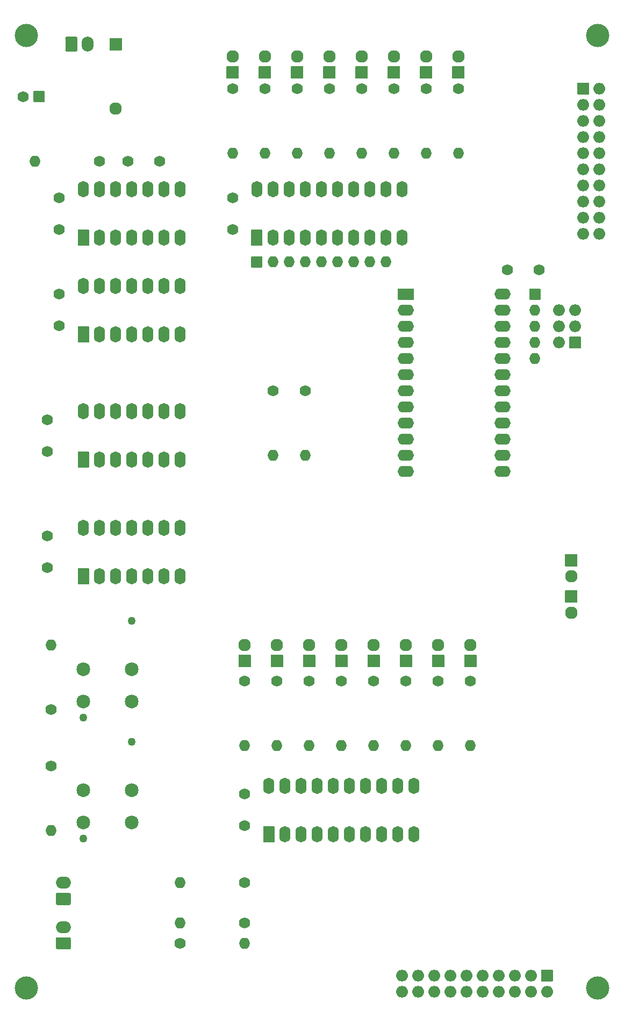
<source format=gbr>
G04 #@! TF.GenerationSoftware,KiCad,Pcbnew,(5.1.7)-1*
G04 #@! TF.CreationDate,2020-12-28T01:07:41+01:00*
G04 #@! TF.ProjectId,speichermodul,73706569-6368-4657-926d-6f64756c2e6b,rev?*
G04 #@! TF.SameCoordinates,Original*
G04 #@! TF.FileFunction,Soldermask,Top*
G04 #@! TF.FilePolarity,Negative*
%FSLAX46Y46*%
G04 Gerber Fmt 4.6, Leading zero omitted, Abs format (unit mm)*
G04 Created by KiCad (PCBNEW (5.1.7)-1) date 2020-12-28 01:07:41*
%MOMM*%
%LPD*%
G01*
G04 APERTURE LIST*
%ADD10C,1.760000*%
%ADD11O,1.760000X2.560000*%
%ADD12C,3.660000*%
%ADD13O,1.960000X1.960000*%
%ADD14O,1.760000X1.760000*%
%ADD15O,1.860000X1.860000*%
%ADD16O,2.560000X1.760000*%
%ADD17C,1.960000*%
%ADD18C,2.160000*%
%ADD19C,1.260000*%
%ADD20O,1.900000X2.350000*%
%ADD21O,2.350000X1.900000*%
%ADD22C,0.100000*%
G04 APERTURE END LIST*
D10*
X61515000Y-52705000D03*
X56515000Y-52705000D03*
G36*
G01*
X79540000Y-160030000D02*
X77940000Y-160030000D01*
G75*
G02*
X77860000Y-159950000I0J80000D01*
G01*
X77860000Y-157550000D01*
G75*
G02*
X77940000Y-157470000I80000J0D01*
G01*
X79540000Y-157470000D01*
G75*
G02*
X79620000Y-157550000I0J-80000D01*
G01*
X79620000Y-159950000D01*
G75*
G02*
X79540000Y-160030000I-80000J0D01*
G01*
G37*
D11*
X101600000Y-151130000D03*
X81280000Y-158750000D03*
X99060000Y-151130000D03*
X83820000Y-158750000D03*
X96520000Y-151130000D03*
X86360000Y-158750000D03*
X93980000Y-151130000D03*
X88900000Y-158750000D03*
X91440000Y-151130000D03*
X91440000Y-158750000D03*
X88900000Y-151130000D03*
X93980000Y-158750000D03*
X86360000Y-151130000D03*
X96520000Y-158750000D03*
X83820000Y-151130000D03*
X99060000Y-158750000D03*
X81280000Y-151130000D03*
X101600000Y-158750000D03*
X78740000Y-151130000D03*
D12*
X40560000Y-182940000D03*
X130560000Y-182940000D03*
X130560000Y-32940000D03*
X40560000Y-32940000D03*
D13*
X54610000Y-44450000D03*
G36*
G01*
X53710000Y-33310000D02*
X55510000Y-33310000D01*
G75*
G02*
X55590000Y-33390000I0J-80000D01*
G01*
X55590000Y-35190000D01*
G75*
G02*
X55510000Y-35270000I-80000J0D01*
G01*
X53710000Y-35270000D01*
G75*
G02*
X53630000Y-35190000I0J80000D01*
G01*
X53630000Y-33390000D01*
G75*
G02*
X53710000Y-33310000I80000J0D01*
G01*
G37*
D10*
X40045000Y-42545000D03*
G36*
G01*
X43425000Y-41745000D02*
X43425000Y-43345000D01*
G75*
G02*
X43345000Y-43425000I-80000J0D01*
G01*
X41745000Y-43425000D01*
G75*
G02*
X41665000Y-43345000I0J80000D01*
G01*
X41665000Y-41745000D01*
G75*
G02*
X41745000Y-41665000I80000J0D01*
G01*
X43345000Y-41665000D01*
G75*
G02*
X43425000Y-41745000I0J-80000D01*
G01*
G37*
D14*
X120650000Y-83820000D03*
X120650000Y-81280000D03*
X120650000Y-78740000D03*
X120650000Y-76200000D03*
G36*
G01*
X119850000Y-72780000D02*
X121450000Y-72780000D01*
G75*
G02*
X121530000Y-72860000I0J-80000D01*
G01*
X121530000Y-74460000D01*
G75*
G02*
X121450000Y-74540000I-80000J0D01*
G01*
X119850000Y-74540000D01*
G75*
G02*
X119770000Y-74460000I0J80000D01*
G01*
X119770000Y-72860000D01*
G75*
G02*
X119850000Y-72780000I80000J0D01*
G01*
G37*
D15*
X124460000Y-76200000D03*
X127000000Y-76200000D03*
X124460000Y-78740000D03*
X127000000Y-78740000D03*
X124460000Y-81280000D03*
G36*
G01*
X127930000Y-80430000D02*
X127930000Y-82130000D01*
G75*
G02*
X127850000Y-82210000I-80000J0D01*
G01*
X126150000Y-82210000D01*
G75*
G02*
X126070000Y-82130000I0J80000D01*
G01*
X126070000Y-80430000D01*
G75*
G02*
X126150000Y-80350000I80000J0D01*
G01*
X127850000Y-80350000D01*
G75*
G02*
X127930000Y-80430000I0J-80000D01*
G01*
G37*
X99695000Y-183515000D03*
X99695000Y-180975000D03*
X102235000Y-183515000D03*
X102235000Y-180975000D03*
X104775000Y-183515000D03*
X104775000Y-180975000D03*
X107315000Y-183515000D03*
X107315000Y-180975000D03*
X109855000Y-183515000D03*
X109855000Y-180975000D03*
X112395000Y-183515000D03*
X112395000Y-180975000D03*
X114935000Y-183515000D03*
X114935000Y-180975000D03*
X117475000Y-183515000D03*
X117475000Y-180975000D03*
X120015000Y-183515000D03*
X120015000Y-180975000D03*
X122555000Y-183515000D03*
G36*
G01*
X121705000Y-180045000D02*
X123405000Y-180045000D01*
G75*
G02*
X123485000Y-180125000I0J-80000D01*
G01*
X123485000Y-181825000D01*
G75*
G02*
X123405000Y-181905000I-80000J0D01*
G01*
X121705000Y-181905000D01*
G75*
G02*
X121625000Y-181825000I0J80000D01*
G01*
X121625000Y-180125000D01*
G75*
G02*
X121705000Y-180045000I80000J0D01*
G01*
G37*
X130810000Y-64135000D03*
X128270000Y-64135000D03*
X130810000Y-61595000D03*
X128270000Y-61595000D03*
X130810000Y-59055000D03*
X128270000Y-59055000D03*
X130810000Y-56515000D03*
X128270000Y-56515000D03*
X130810000Y-53975000D03*
X128270000Y-53975000D03*
X130810000Y-51435000D03*
X128270000Y-51435000D03*
X130810000Y-48895000D03*
X128270000Y-48895000D03*
X130810000Y-46355000D03*
X128270000Y-46355000D03*
X130810000Y-43815000D03*
X128270000Y-43815000D03*
X130810000Y-41275000D03*
G36*
G01*
X127340000Y-42125000D02*
X127340000Y-40425000D01*
G75*
G02*
X127420000Y-40345000I80000J0D01*
G01*
X129120000Y-40345000D01*
G75*
G02*
X129200000Y-40425000I0J-80000D01*
G01*
X129200000Y-42125000D01*
G75*
G02*
X129120000Y-42205000I-80000J0D01*
G01*
X127420000Y-42205000D01*
G75*
G02*
X127340000Y-42125000I0J80000D01*
G01*
G37*
G36*
G01*
X99050000Y-74460000D02*
X99050000Y-72860000D01*
G75*
G02*
X99130000Y-72780000I80000J0D01*
G01*
X101530000Y-72780000D01*
G75*
G02*
X101610000Y-72860000I0J-80000D01*
G01*
X101610000Y-74460000D01*
G75*
G02*
X101530000Y-74540000I-80000J0D01*
G01*
X99130000Y-74540000D01*
G75*
G02*
X99050000Y-74460000I0J80000D01*
G01*
G37*
D16*
X115570000Y-101600000D03*
X100330000Y-76200000D03*
X115570000Y-99060000D03*
X100330000Y-78740000D03*
X115570000Y-96520000D03*
X100330000Y-81280000D03*
X115570000Y-93980000D03*
X100330000Y-83820000D03*
X115570000Y-91440000D03*
X100330000Y-86360000D03*
X115570000Y-88900000D03*
X100330000Y-88900000D03*
X115570000Y-86360000D03*
X100330000Y-91440000D03*
X115570000Y-83820000D03*
X100330000Y-93980000D03*
X115570000Y-81280000D03*
X100330000Y-96520000D03*
X115570000Y-78740000D03*
X100330000Y-99060000D03*
X115570000Y-76200000D03*
X100330000Y-101600000D03*
X115570000Y-73660000D03*
D11*
X76835000Y-57150000D03*
X99695000Y-64770000D03*
X79375000Y-57150000D03*
X97155000Y-64770000D03*
X81915000Y-57150000D03*
X94615000Y-64770000D03*
X84455000Y-57150000D03*
X92075000Y-64770000D03*
X86995000Y-57150000D03*
X89535000Y-64770000D03*
X89535000Y-57150000D03*
X86995000Y-64770000D03*
X92075000Y-57150000D03*
X84455000Y-64770000D03*
X94615000Y-57150000D03*
X81915000Y-64770000D03*
X97155000Y-57150000D03*
X79375000Y-64770000D03*
X99695000Y-57150000D03*
G36*
G01*
X77635000Y-66050000D02*
X76035000Y-66050000D01*
G75*
G02*
X75955000Y-65970000I0J80000D01*
G01*
X75955000Y-63570000D01*
G75*
G02*
X76035000Y-63490000I80000J0D01*
G01*
X77635000Y-63490000D01*
G75*
G02*
X77715000Y-63570000I0J-80000D01*
G01*
X77715000Y-65970000D01*
G75*
G02*
X77635000Y-66050000I-80000J0D01*
G01*
G37*
D10*
X74930000Y-152400000D03*
X74930000Y-157400000D03*
X116285000Y-69850000D03*
X121285000Y-69850000D03*
X45720000Y-63500000D03*
X45720000Y-58500000D03*
X73025000Y-63500000D03*
X73025000Y-58500000D03*
X43815000Y-98425000D03*
X43815000Y-93425000D03*
X43815000Y-116760000D03*
X43815000Y-111760000D03*
X45720000Y-78660000D03*
X45720000Y-73660000D03*
D17*
X73025000Y-36195000D03*
G36*
G01*
X73925000Y-39715000D02*
X72125000Y-39715000D01*
G75*
G02*
X72045000Y-39635000I0J80000D01*
G01*
X72045000Y-37835000D01*
G75*
G02*
X72125000Y-37755000I80000J0D01*
G01*
X73925000Y-37755000D01*
G75*
G02*
X74005000Y-37835000I0J-80000D01*
G01*
X74005000Y-39635000D01*
G75*
G02*
X73925000Y-39715000I-80000J0D01*
G01*
G37*
X78105000Y-36195000D03*
G36*
G01*
X79005000Y-39715000D02*
X77205000Y-39715000D01*
G75*
G02*
X77125000Y-39635000I0J80000D01*
G01*
X77125000Y-37835000D01*
G75*
G02*
X77205000Y-37755000I80000J0D01*
G01*
X79005000Y-37755000D01*
G75*
G02*
X79085000Y-37835000I0J-80000D01*
G01*
X79085000Y-39635000D01*
G75*
G02*
X79005000Y-39715000I-80000J0D01*
G01*
G37*
X83185000Y-36195000D03*
G36*
G01*
X84085000Y-39715000D02*
X82285000Y-39715000D01*
G75*
G02*
X82205000Y-39635000I0J80000D01*
G01*
X82205000Y-37835000D01*
G75*
G02*
X82285000Y-37755000I80000J0D01*
G01*
X84085000Y-37755000D01*
G75*
G02*
X84165000Y-37835000I0J-80000D01*
G01*
X84165000Y-39635000D01*
G75*
G02*
X84085000Y-39715000I-80000J0D01*
G01*
G37*
X88265000Y-36195000D03*
G36*
G01*
X89165000Y-39715000D02*
X87365000Y-39715000D01*
G75*
G02*
X87285000Y-39635000I0J80000D01*
G01*
X87285000Y-37835000D01*
G75*
G02*
X87365000Y-37755000I80000J0D01*
G01*
X89165000Y-37755000D01*
G75*
G02*
X89245000Y-37835000I0J-80000D01*
G01*
X89245000Y-39635000D01*
G75*
G02*
X89165000Y-39715000I-80000J0D01*
G01*
G37*
X93345000Y-36195000D03*
G36*
G01*
X94245000Y-39715000D02*
X92445000Y-39715000D01*
G75*
G02*
X92365000Y-39635000I0J80000D01*
G01*
X92365000Y-37835000D01*
G75*
G02*
X92445000Y-37755000I80000J0D01*
G01*
X94245000Y-37755000D01*
G75*
G02*
X94325000Y-37835000I0J-80000D01*
G01*
X94325000Y-39635000D01*
G75*
G02*
X94245000Y-39715000I-80000J0D01*
G01*
G37*
X98425000Y-36195000D03*
G36*
G01*
X99325000Y-39715000D02*
X97525000Y-39715000D01*
G75*
G02*
X97445000Y-39635000I0J80000D01*
G01*
X97445000Y-37835000D01*
G75*
G02*
X97525000Y-37755000I80000J0D01*
G01*
X99325000Y-37755000D01*
G75*
G02*
X99405000Y-37835000I0J-80000D01*
G01*
X99405000Y-39635000D01*
G75*
G02*
X99325000Y-39715000I-80000J0D01*
G01*
G37*
X103505000Y-36195000D03*
G36*
G01*
X104405000Y-39715000D02*
X102605000Y-39715000D01*
G75*
G02*
X102525000Y-39635000I0J80000D01*
G01*
X102525000Y-37835000D01*
G75*
G02*
X102605000Y-37755000I80000J0D01*
G01*
X104405000Y-37755000D01*
G75*
G02*
X104485000Y-37835000I0J-80000D01*
G01*
X104485000Y-39635000D01*
G75*
G02*
X104405000Y-39715000I-80000J0D01*
G01*
G37*
X108585000Y-36195000D03*
G36*
G01*
X109485000Y-39715000D02*
X107685000Y-39715000D01*
G75*
G02*
X107605000Y-39635000I0J80000D01*
G01*
X107605000Y-37835000D01*
G75*
G02*
X107685000Y-37755000I80000J0D01*
G01*
X109485000Y-37755000D01*
G75*
G02*
X109565000Y-37835000I0J-80000D01*
G01*
X109565000Y-39635000D01*
G75*
G02*
X109485000Y-39715000I-80000J0D01*
G01*
G37*
G36*
G01*
X75830000Y-132425000D02*
X74030000Y-132425000D01*
G75*
G02*
X73950000Y-132345000I0J80000D01*
G01*
X73950000Y-130545000D01*
G75*
G02*
X74030000Y-130465000I80000J0D01*
G01*
X75830000Y-130465000D01*
G75*
G02*
X75910000Y-130545000I0J-80000D01*
G01*
X75910000Y-132345000D01*
G75*
G02*
X75830000Y-132425000I-80000J0D01*
G01*
G37*
X74930000Y-128905000D03*
G36*
G01*
X80910000Y-132425000D02*
X79110000Y-132425000D01*
G75*
G02*
X79030000Y-132345000I0J80000D01*
G01*
X79030000Y-130545000D01*
G75*
G02*
X79110000Y-130465000I80000J0D01*
G01*
X80910000Y-130465000D01*
G75*
G02*
X80990000Y-130545000I0J-80000D01*
G01*
X80990000Y-132345000D01*
G75*
G02*
X80910000Y-132425000I-80000J0D01*
G01*
G37*
X80010000Y-128905000D03*
G36*
G01*
X85990000Y-132425000D02*
X84190000Y-132425000D01*
G75*
G02*
X84110000Y-132345000I0J80000D01*
G01*
X84110000Y-130545000D01*
G75*
G02*
X84190000Y-130465000I80000J0D01*
G01*
X85990000Y-130465000D01*
G75*
G02*
X86070000Y-130545000I0J-80000D01*
G01*
X86070000Y-132345000D01*
G75*
G02*
X85990000Y-132425000I-80000J0D01*
G01*
G37*
X85090000Y-128905000D03*
G36*
G01*
X91070000Y-132425000D02*
X89270000Y-132425000D01*
G75*
G02*
X89190000Y-132345000I0J80000D01*
G01*
X89190000Y-130545000D01*
G75*
G02*
X89270000Y-130465000I80000J0D01*
G01*
X91070000Y-130465000D01*
G75*
G02*
X91150000Y-130545000I0J-80000D01*
G01*
X91150000Y-132345000D01*
G75*
G02*
X91070000Y-132425000I-80000J0D01*
G01*
G37*
X90170000Y-128905000D03*
G36*
G01*
X96150000Y-132425000D02*
X94350000Y-132425000D01*
G75*
G02*
X94270000Y-132345000I0J80000D01*
G01*
X94270000Y-130545000D01*
G75*
G02*
X94350000Y-130465000I80000J0D01*
G01*
X96150000Y-130465000D01*
G75*
G02*
X96230000Y-130545000I0J-80000D01*
G01*
X96230000Y-132345000D01*
G75*
G02*
X96150000Y-132425000I-80000J0D01*
G01*
G37*
X95250000Y-128905000D03*
G36*
G01*
X101230000Y-132425000D02*
X99430000Y-132425000D01*
G75*
G02*
X99350000Y-132345000I0J80000D01*
G01*
X99350000Y-130545000D01*
G75*
G02*
X99430000Y-130465000I80000J0D01*
G01*
X101230000Y-130465000D01*
G75*
G02*
X101310000Y-130545000I0J-80000D01*
G01*
X101310000Y-132345000D01*
G75*
G02*
X101230000Y-132425000I-80000J0D01*
G01*
G37*
X100330000Y-128905000D03*
G36*
G01*
X106310000Y-132425000D02*
X104510000Y-132425000D01*
G75*
G02*
X104430000Y-132345000I0J80000D01*
G01*
X104430000Y-130545000D01*
G75*
G02*
X104510000Y-130465000I80000J0D01*
G01*
X106310000Y-130465000D01*
G75*
G02*
X106390000Y-130545000I0J-80000D01*
G01*
X106390000Y-132345000D01*
G75*
G02*
X106310000Y-132425000I-80000J0D01*
G01*
G37*
X105410000Y-128905000D03*
G36*
G01*
X111390000Y-132425000D02*
X109590000Y-132425000D01*
G75*
G02*
X109510000Y-132345000I0J80000D01*
G01*
X109510000Y-130545000D01*
G75*
G02*
X109590000Y-130465000I80000J0D01*
G01*
X111390000Y-130465000D01*
G75*
G02*
X111470000Y-130545000I0J-80000D01*
G01*
X111470000Y-132345000D01*
G75*
G02*
X111390000Y-132425000I-80000J0D01*
G01*
G37*
X110490000Y-128905000D03*
X126365000Y-118110000D03*
G36*
G01*
X125465000Y-114590000D02*
X127265000Y-114590000D01*
G75*
G02*
X127345000Y-114670000I0J-80000D01*
G01*
X127345000Y-116470000D01*
G75*
G02*
X127265000Y-116550000I-80000J0D01*
G01*
X125465000Y-116550000D01*
G75*
G02*
X125385000Y-116470000I0J80000D01*
G01*
X125385000Y-114670000D01*
G75*
G02*
X125465000Y-114590000I80000J0D01*
G01*
G37*
X126365000Y-123825000D03*
G36*
G01*
X125465000Y-120305000D02*
X127265000Y-120305000D01*
G75*
G02*
X127345000Y-120385000I0J-80000D01*
G01*
X127345000Y-122185000D01*
G75*
G02*
X127265000Y-122265000I-80000J0D01*
G01*
X125465000Y-122265000D01*
G75*
G02*
X125385000Y-122185000I0J80000D01*
G01*
X125385000Y-120385000D01*
G75*
G02*
X125465000Y-120305000I80000J0D01*
G01*
G37*
D14*
X74930000Y-175895000D03*
D10*
X64770000Y-175895000D03*
D14*
X64770000Y-172720000D03*
D10*
X74930000Y-172720000D03*
D14*
X108585000Y-51435000D03*
D10*
X108585000Y-41275000D03*
D14*
X103505000Y-51435000D03*
D10*
X103505000Y-41275000D03*
D14*
X98425000Y-51435000D03*
D10*
X98425000Y-41275000D03*
D14*
X93345000Y-51435000D03*
D10*
X93345000Y-41275000D03*
D14*
X88265000Y-51435000D03*
D10*
X88265000Y-41275000D03*
D14*
X83185000Y-51435000D03*
D10*
X83185000Y-41275000D03*
D14*
X78105000Y-51435000D03*
D10*
X78105000Y-41275000D03*
D14*
X73025000Y-51435000D03*
D10*
X73025000Y-41275000D03*
X110490000Y-134620000D03*
D14*
X110490000Y-144780000D03*
D10*
X105410000Y-134620000D03*
D14*
X105410000Y-144780000D03*
D10*
X100330000Y-134620000D03*
D14*
X100330000Y-144780000D03*
D10*
X95250000Y-134620000D03*
D14*
X95250000Y-144780000D03*
D10*
X90170000Y-134620000D03*
D14*
X90170000Y-144780000D03*
D10*
X85090000Y-134620000D03*
D14*
X85090000Y-144780000D03*
D10*
X80010000Y-134620000D03*
D14*
X80010000Y-144780000D03*
X84455000Y-99060000D03*
D10*
X84455000Y-88900000D03*
D14*
X79375000Y-99060000D03*
D10*
X79375000Y-88900000D03*
D14*
X41910000Y-52705000D03*
D10*
X52070000Y-52705000D03*
X74930000Y-134620000D03*
D14*
X74930000Y-144780000D03*
X64770000Y-166370000D03*
D10*
X74930000Y-166370000D03*
D14*
X44450000Y-128905000D03*
D10*
X44450000Y-139065000D03*
D14*
X44450000Y-158115000D03*
D10*
X44450000Y-147955000D03*
D11*
X49530000Y-57150000D03*
X64770000Y-64770000D03*
X52070000Y-57150000D03*
X62230000Y-64770000D03*
X54610000Y-57150000D03*
X59690000Y-64770000D03*
X57150000Y-57150000D03*
X57150000Y-64770000D03*
X59690000Y-57150000D03*
X54610000Y-64770000D03*
X62230000Y-57150000D03*
X52070000Y-64770000D03*
X64770000Y-57150000D03*
G36*
G01*
X50330000Y-66050000D02*
X48730000Y-66050000D01*
G75*
G02*
X48650000Y-65970000I0J80000D01*
G01*
X48650000Y-63570000D01*
G75*
G02*
X48730000Y-63490000I80000J0D01*
G01*
X50330000Y-63490000D01*
G75*
G02*
X50410000Y-63570000I0J-80000D01*
G01*
X50410000Y-65970000D01*
G75*
G02*
X50330000Y-66050000I-80000J0D01*
G01*
G37*
X49530000Y-72390000D03*
X64770000Y-80010000D03*
X52070000Y-72390000D03*
X62230000Y-80010000D03*
X54610000Y-72390000D03*
X59690000Y-80010000D03*
X57150000Y-72390000D03*
X57150000Y-80010000D03*
X59690000Y-72390000D03*
X54610000Y-80010000D03*
X62230000Y-72390000D03*
X52070000Y-80010000D03*
X64770000Y-72390000D03*
G36*
G01*
X50330000Y-81290000D02*
X48730000Y-81290000D01*
G75*
G02*
X48650000Y-81210000I0J80000D01*
G01*
X48650000Y-78810000D01*
G75*
G02*
X48730000Y-78730000I80000J0D01*
G01*
X50330000Y-78730000D01*
G75*
G02*
X50410000Y-78810000I0J-80000D01*
G01*
X50410000Y-81210000D01*
G75*
G02*
X50330000Y-81290000I-80000J0D01*
G01*
G37*
X49530000Y-92075000D03*
X64770000Y-99695000D03*
X52070000Y-92075000D03*
X62230000Y-99695000D03*
X54610000Y-92075000D03*
X59690000Y-99695000D03*
X57150000Y-92075000D03*
X57150000Y-99695000D03*
X59690000Y-92075000D03*
X54610000Y-99695000D03*
X62230000Y-92075000D03*
X52070000Y-99695000D03*
X64770000Y-92075000D03*
G36*
G01*
X50330000Y-100975000D02*
X48730000Y-100975000D01*
G75*
G02*
X48650000Y-100895000I0J80000D01*
G01*
X48650000Y-98495000D01*
G75*
G02*
X48730000Y-98415000I80000J0D01*
G01*
X50330000Y-98415000D01*
G75*
G02*
X50410000Y-98495000I0J-80000D01*
G01*
X50410000Y-100895000D01*
G75*
G02*
X50330000Y-100975000I-80000J0D01*
G01*
G37*
X49530000Y-110490000D03*
X64770000Y-118110000D03*
X52070000Y-110490000D03*
X62230000Y-118110000D03*
X54610000Y-110490000D03*
X59690000Y-118110000D03*
X57150000Y-110490000D03*
X57150000Y-118110000D03*
X59690000Y-110490000D03*
X54610000Y-118110000D03*
X62230000Y-110490000D03*
X52070000Y-118110000D03*
X64770000Y-110490000D03*
G36*
G01*
X50330000Y-119390000D02*
X48730000Y-119390000D01*
G75*
G02*
X48650000Y-119310000I0J80000D01*
G01*
X48650000Y-116910000D01*
G75*
G02*
X48730000Y-116830000I80000J0D01*
G01*
X50330000Y-116830000D01*
G75*
G02*
X50410000Y-116910000I0J-80000D01*
G01*
X50410000Y-119310000D01*
G75*
G02*
X50330000Y-119390000I-80000J0D01*
G01*
G37*
D18*
X57150000Y-151765000D03*
D19*
X49530000Y-159385000D03*
X57150000Y-144145000D03*
D18*
X57150000Y-156845000D03*
X49530000Y-151765000D03*
X49530000Y-156845000D03*
X49530000Y-137795000D03*
X49530000Y-132715000D03*
X57150000Y-137795000D03*
D19*
X57150000Y-125095000D03*
X49530000Y-140335000D03*
D18*
X57150000Y-132715000D03*
D20*
X50165000Y-34290000D03*
G36*
G01*
X46675000Y-35192013D02*
X46675000Y-33387987D01*
G75*
G02*
X46947987Y-33115000I272987J0D01*
G01*
X48302013Y-33115000D01*
G75*
G02*
X48575000Y-33387987I0J-272987D01*
G01*
X48575000Y-35192013D01*
G75*
G02*
X48302013Y-35465000I-272987J0D01*
G01*
X46947987Y-35465000D01*
G75*
G02*
X46675000Y-35192013I0J272987D01*
G01*
G37*
D21*
X46355000Y-166370000D03*
G36*
G01*
X47257013Y-169860000D02*
X45452987Y-169860000D01*
G75*
G02*
X45180000Y-169587013I0J272987D01*
G01*
X45180000Y-168232987D01*
G75*
G02*
X45452987Y-167960000I272987J0D01*
G01*
X47257013Y-167960000D01*
G75*
G02*
X47530000Y-168232987I0J-272987D01*
G01*
X47530000Y-169587013D01*
G75*
G02*
X47257013Y-169860000I-272987J0D01*
G01*
G37*
X46355000Y-173355000D03*
G36*
G01*
X47257013Y-176845000D02*
X45452987Y-176845000D01*
G75*
G02*
X45180000Y-176572013I0J272987D01*
G01*
X45180000Y-175217987D01*
G75*
G02*
X45452987Y-174945000I272987J0D01*
G01*
X47257013Y-174945000D01*
G75*
G02*
X47530000Y-175217987I0J-272987D01*
G01*
X47530000Y-176572013D01*
G75*
G02*
X47257013Y-176845000I-272987J0D01*
G01*
G37*
D14*
X97155000Y-68580000D03*
X94615000Y-68580000D03*
X92075000Y-68580000D03*
X89535000Y-68580000D03*
X86995000Y-68580000D03*
X84455000Y-68580000D03*
X81915000Y-68580000D03*
X79375000Y-68580000D03*
G36*
G01*
X75955000Y-69380000D02*
X75955000Y-67780000D01*
G75*
G02*
X76035000Y-67700000I80000J0D01*
G01*
X77635000Y-67700000D01*
G75*
G02*
X77715000Y-67780000I0J-80000D01*
G01*
X77715000Y-69380000D01*
G75*
G02*
X77635000Y-69460000I-80000J0D01*
G01*
X76035000Y-69460000D01*
G75*
G02*
X75955000Y-69380000I0J80000D01*
G01*
G37*
D22*
G36*
X47531165Y-176570387D02*
G01*
X47532000Y-176572013D01*
X47532000Y-176656282D01*
X47531990Y-176656478D01*
X47527882Y-176698190D01*
X47527806Y-176698575D01*
X47517454Y-176732699D01*
X47517304Y-176733061D01*
X47500500Y-176764500D01*
X47500282Y-176764826D01*
X47477664Y-176792387D01*
X47477387Y-176792664D01*
X47449826Y-176815282D01*
X47449500Y-176815500D01*
X47418061Y-176832304D01*
X47417699Y-176832454D01*
X47383575Y-176842806D01*
X47383190Y-176842882D01*
X47341478Y-176846990D01*
X47341282Y-176847000D01*
X47257013Y-176847000D01*
X47255281Y-176846000D01*
X47255281Y-176844000D01*
X47256817Y-176843010D01*
X47309875Y-176837785D01*
X47360712Y-176822363D01*
X47407560Y-176797322D01*
X47448623Y-176763623D01*
X47482322Y-176722560D01*
X47507363Y-176675712D01*
X47522785Y-176624875D01*
X47528010Y-176571817D01*
X47529175Y-176570191D01*
X47531165Y-176570387D01*
G37*
G36*
X45181990Y-176571817D02*
G01*
X45187215Y-176624875D01*
X45202637Y-176675712D01*
X45227678Y-176722560D01*
X45261377Y-176763623D01*
X45302440Y-176797322D01*
X45349288Y-176822363D01*
X45400125Y-176837785D01*
X45453183Y-176843010D01*
X45454809Y-176844175D01*
X45454613Y-176846165D01*
X45452987Y-176847000D01*
X45368718Y-176847000D01*
X45368522Y-176846990D01*
X45326810Y-176842882D01*
X45326425Y-176842806D01*
X45292301Y-176832454D01*
X45291939Y-176832304D01*
X45260500Y-176815500D01*
X45260174Y-176815282D01*
X45232613Y-176792664D01*
X45232336Y-176792387D01*
X45209718Y-176764826D01*
X45209500Y-176764500D01*
X45192696Y-176733061D01*
X45192546Y-176732699D01*
X45182194Y-176698575D01*
X45182118Y-176698190D01*
X45178010Y-176656478D01*
X45178000Y-176656282D01*
X45178000Y-176572013D01*
X45179000Y-176570281D01*
X45181000Y-176570281D01*
X45181990Y-176571817D01*
G37*
G36*
X45454719Y-174944000D02*
G01*
X45454719Y-174946000D01*
X45453183Y-174946990D01*
X45400125Y-174952215D01*
X45349288Y-174967637D01*
X45302440Y-174992678D01*
X45261377Y-175026377D01*
X45227678Y-175067440D01*
X45202637Y-175114288D01*
X45187215Y-175165125D01*
X45181990Y-175218183D01*
X45180825Y-175219809D01*
X45178835Y-175219613D01*
X45178000Y-175217987D01*
X45178000Y-175133718D01*
X45178010Y-175133522D01*
X45182118Y-175091810D01*
X45182194Y-175091425D01*
X45192546Y-175057301D01*
X45192696Y-175056939D01*
X45209500Y-175025500D01*
X45209718Y-175025174D01*
X45232336Y-174997613D01*
X45232613Y-174997336D01*
X45260174Y-174974718D01*
X45260500Y-174974500D01*
X45291939Y-174957696D01*
X45292301Y-174957546D01*
X45326425Y-174947194D01*
X45326810Y-174947118D01*
X45368522Y-174943010D01*
X45368718Y-174943000D01*
X45452987Y-174943000D01*
X45454719Y-174944000D01*
G37*
G36*
X47341478Y-174943010D02*
G01*
X47383190Y-174947118D01*
X47383575Y-174947194D01*
X47417699Y-174957546D01*
X47418061Y-174957696D01*
X47449500Y-174974500D01*
X47449826Y-174974718D01*
X47477387Y-174997336D01*
X47477664Y-174997613D01*
X47500282Y-175025174D01*
X47500500Y-175025500D01*
X47517304Y-175056939D01*
X47517454Y-175057301D01*
X47527806Y-175091425D01*
X47527882Y-175091810D01*
X47531990Y-175133522D01*
X47532000Y-175133718D01*
X47532000Y-175217987D01*
X47531000Y-175219719D01*
X47529000Y-175219719D01*
X47528010Y-175218183D01*
X47522785Y-175165125D01*
X47507363Y-175114288D01*
X47482322Y-175067440D01*
X47448623Y-175026377D01*
X47407560Y-174992678D01*
X47360712Y-174967637D01*
X47309875Y-174952215D01*
X47256817Y-174946990D01*
X47255191Y-174945825D01*
X47255387Y-174943835D01*
X47257013Y-174943000D01*
X47341282Y-174943000D01*
X47341478Y-174943010D01*
G37*
G36*
X45181990Y-169586817D02*
G01*
X45187215Y-169639875D01*
X45202637Y-169690712D01*
X45227678Y-169737560D01*
X45261377Y-169778623D01*
X45302440Y-169812322D01*
X45349288Y-169837363D01*
X45400125Y-169852785D01*
X45453183Y-169858010D01*
X45454809Y-169859175D01*
X45454613Y-169861165D01*
X45452987Y-169862000D01*
X45368718Y-169862000D01*
X45368522Y-169861990D01*
X45326810Y-169857882D01*
X45326425Y-169857806D01*
X45292301Y-169847454D01*
X45291939Y-169847304D01*
X45260500Y-169830500D01*
X45260174Y-169830282D01*
X45232613Y-169807664D01*
X45232336Y-169807387D01*
X45209718Y-169779826D01*
X45209500Y-169779500D01*
X45192696Y-169748061D01*
X45192546Y-169747699D01*
X45182194Y-169713575D01*
X45182118Y-169713190D01*
X45178010Y-169671478D01*
X45178000Y-169671282D01*
X45178000Y-169587013D01*
X45179000Y-169585281D01*
X45181000Y-169585281D01*
X45181990Y-169586817D01*
G37*
G36*
X47531165Y-169585387D02*
G01*
X47532000Y-169587013D01*
X47532000Y-169671282D01*
X47531990Y-169671478D01*
X47527882Y-169713190D01*
X47527806Y-169713575D01*
X47517454Y-169747699D01*
X47517304Y-169748061D01*
X47500500Y-169779500D01*
X47500282Y-169779826D01*
X47477664Y-169807387D01*
X47477387Y-169807664D01*
X47449826Y-169830282D01*
X47449500Y-169830500D01*
X47418061Y-169847304D01*
X47417699Y-169847454D01*
X47383575Y-169857806D01*
X47383190Y-169857882D01*
X47341478Y-169861990D01*
X47341282Y-169862000D01*
X47257013Y-169862000D01*
X47255281Y-169861000D01*
X47255281Y-169859000D01*
X47256817Y-169858010D01*
X47309875Y-169852785D01*
X47360712Y-169837363D01*
X47407560Y-169812322D01*
X47448623Y-169778623D01*
X47482322Y-169737560D01*
X47507363Y-169690712D01*
X47522785Y-169639875D01*
X47528010Y-169586817D01*
X47529175Y-169585191D01*
X47531165Y-169585387D01*
G37*
G36*
X45454719Y-167959000D02*
G01*
X45454719Y-167961000D01*
X45453183Y-167961990D01*
X45400125Y-167967215D01*
X45349288Y-167982637D01*
X45302440Y-168007678D01*
X45261377Y-168041377D01*
X45227678Y-168082440D01*
X45202637Y-168129288D01*
X45187215Y-168180125D01*
X45181990Y-168233183D01*
X45180825Y-168234809D01*
X45178835Y-168234613D01*
X45178000Y-168232987D01*
X45178000Y-168148718D01*
X45178010Y-168148522D01*
X45182118Y-168106810D01*
X45182194Y-168106425D01*
X45192546Y-168072301D01*
X45192696Y-168071939D01*
X45209500Y-168040500D01*
X45209718Y-168040174D01*
X45232336Y-168012613D01*
X45232613Y-168012336D01*
X45260174Y-167989718D01*
X45260500Y-167989500D01*
X45291939Y-167972696D01*
X45292301Y-167972546D01*
X45326425Y-167962194D01*
X45326810Y-167962118D01*
X45368522Y-167958010D01*
X45368718Y-167958000D01*
X45452987Y-167958000D01*
X45454719Y-167959000D01*
G37*
G36*
X47341478Y-167958010D02*
G01*
X47383190Y-167962118D01*
X47383575Y-167962194D01*
X47417699Y-167972546D01*
X47418061Y-167972696D01*
X47449500Y-167989500D01*
X47449826Y-167989718D01*
X47477387Y-168012336D01*
X47477664Y-168012613D01*
X47500282Y-168040174D01*
X47500500Y-168040500D01*
X47517304Y-168071939D01*
X47517454Y-168072301D01*
X47527806Y-168106425D01*
X47527882Y-168106810D01*
X47531990Y-168148522D01*
X47532000Y-168148718D01*
X47532000Y-168232987D01*
X47531000Y-168234719D01*
X47529000Y-168234719D01*
X47528010Y-168233183D01*
X47522785Y-168180125D01*
X47507363Y-168129288D01*
X47482322Y-168082440D01*
X47448623Y-168041377D01*
X47407560Y-168007678D01*
X47360712Y-167982637D01*
X47309875Y-167967215D01*
X47256817Y-167961990D01*
X47255191Y-167960825D01*
X47255387Y-167958835D01*
X47257013Y-167958000D01*
X47341282Y-167958000D01*
X47341478Y-167958010D01*
G37*
G36*
X48576165Y-35190387D02*
G01*
X48577000Y-35192013D01*
X48577000Y-35276282D01*
X48576990Y-35276478D01*
X48572882Y-35318190D01*
X48572806Y-35318575D01*
X48562454Y-35352699D01*
X48562304Y-35353061D01*
X48545500Y-35384500D01*
X48545282Y-35384826D01*
X48522664Y-35412387D01*
X48522387Y-35412664D01*
X48494826Y-35435282D01*
X48494500Y-35435500D01*
X48463061Y-35452304D01*
X48462699Y-35452454D01*
X48428575Y-35462806D01*
X48428190Y-35462882D01*
X48386478Y-35466990D01*
X48386282Y-35467000D01*
X48302013Y-35467000D01*
X48300281Y-35466000D01*
X48300281Y-35464000D01*
X48301817Y-35463010D01*
X48354875Y-35457785D01*
X48405712Y-35442363D01*
X48452560Y-35417322D01*
X48493623Y-35383623D01*
X48527322Y-35342560D01*
X48552363Y-35295712D01*
X48567785Y-35244875D01*
X48573010Y-35191817D01*
X48574175Y-35190191D01*
X48576165Y-35190387D01*
G37*
G36*
X46676990Y-35191817D02*
G01*
X46682215Y-35244875D01*
X46697637Y-35295712D01*
X46722678Y-35342560D01*
X46756377Y-35383623D01*
X46797440Y-35417322D01*
X46844288Y-35442363D01*
X46895125Y-35457785D01*
X46948183Y-35463010D01*
X46949809Y-35464175D01*
X46949613Y-35466165D01*
X46947987Y-35467000D01*
X46863718Y-35467000D01*
X46863522Y-35466990D01*
X46821810Y-35462882D01*
X46821425Y-35462806D01*
X46787301Y-35452454D01*
X46786939Y-35452304D01*
X46755500Y-35435500D01*
X46755174Y-35435282D01*
X46727613Y-35412664D01*
X46727336Y-35412387D01*
X46704718Y-35384826D01*
X46704500Y-35384500D01*
X46687696Y-35353061D01*
X46687546Y-35352699D01*
X46677194Y-35318575D01*
X46677118Y-35318190D01*
X46673010Y-35276478D01*
X46673000Y-35276282D01*
X46673000Y-35192013D01*
X46674000Y-35190281D01*
X46676000Y-35190281D01*
X46676990Y-35191817D01*
G37*
G36*
X46949719Y-33114000D02*
G01*
X46949719Y-33116000D01*
X46948183Y-33116990D01*
X46895125Y-33122215D01*
X46844288Y-33137637D01*
X46797440Y-33162678D01*
X46756377Y-33196377D01*
X46722678Y-33237440D01*
X46697637Y-33284288D01*
X46682215Y-33335125D01*
X46676990Y-33388183D01*
X46675825Y-33389809D01*
X46673835Y-33389613D01*
X46673000Y-33387987D01*
X46673000Y-33303718D01*
X46673010Y-33303522D01*
X46677118Y-33261810D01*
X46677194Y-33261425D01*
X46687546Y-33227301D01*
X46687696Y-33226939D01*
X46704500Y-33195500D01*
X46704718Y-33195174D01*
X46727336Y-33167613D01*
X46727613Y-33167336D01*
X46755174Y-33144718D01*
X46755500Y-33144500D01*
X46786939Y-33127696D01*
X46787301Y-33127546D01*
X46821425Y-33117194D01*
X46821810Y-33117118D01*
X46863522Y-33113010D01*
X46863718Y-33113000D01*
X46947987Y-33113000D01*
X46949719Y-33114000D01*
G37*
G36*
X48386478Y-33113010D02*
G01*
X48428190Y-33117118D01*
X48428575Y-33117194D01*
X48462699Y-33127546D01*
X48463061Y-33127696D01*
X48494500Y-33144500D01*
X48494826Y-33144718D01*
X48522387Y-33167336D01*
X48522664Y-33167613D01*
X48545282Y-33195174D01*
X48545500Y-33195500D01*
X48562304Y-33226939D01*
X48562454Y-33227301D01*
X48572806Y-33261425D01*
X48572882Y-33261810D01*
X48576990Y-33303522D01*
X48577000Y-33303718D01*
X48577000Y-33387987D01*
X48576000Y-33389719D01*
X48574000Y-33389719D01*
X48573010Y-33388183D01*
X48567785Y-33335125D01*
X48552363Y-33284288D01*
X48527322Y-33237440D01*
X48493623Y-33196377D01*
X48452560Y-33162678D01*
X48405712Y-33137637D01*
X48354875Y-33122215D01*
X48301817Y-33116990D01*
X48300191Y-33115825D01*
X48300387Y-33113835D01*
X48302013Y-33113000D01*
X48386282Y-33113000D01*
X48386478Y-33113010D01*
G37*
M02*

</source>
